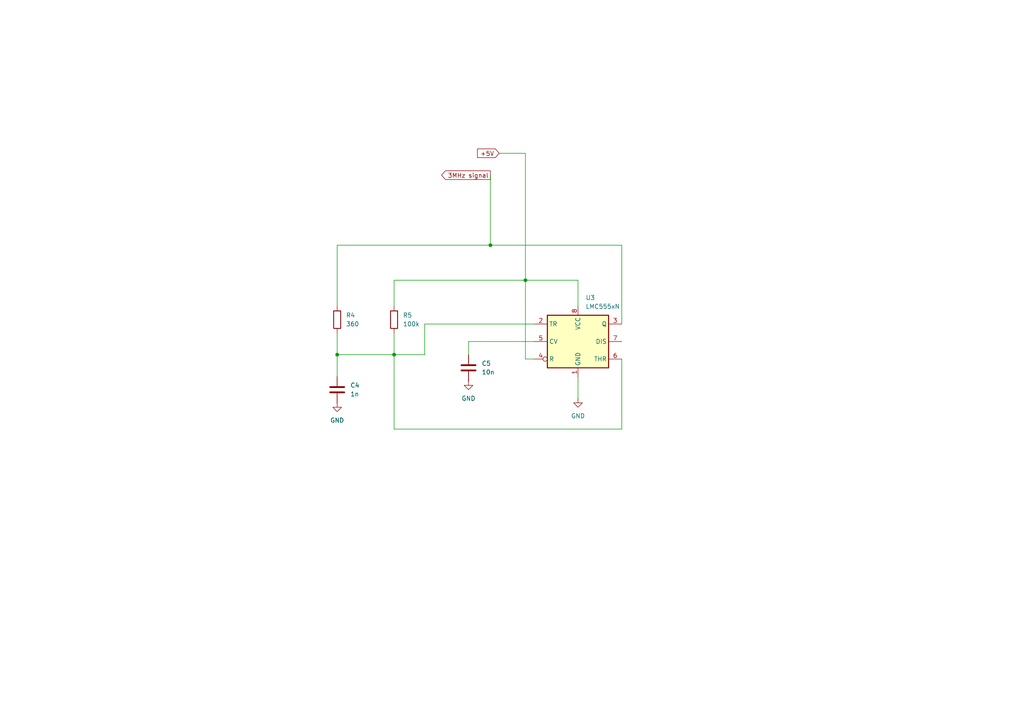
<source format=kicad_sch>
(kicad_sch (version 20231120) (generator "eeschema") (generator_version "8.0")
  (paper "A4")
  (lib_symbols
    (symbol "Device:C" (pin_numbers hide) (pin_names (offset 0.254))
      (property "Reference" "C" (at 0.635 2.54 0))
      (property "Value" "C" (at 0.635 -2.54 0))
      (symbol "C_0_1"
        (polyline (pts (xy -2.032 -0.762) (xy 2.032 -0.762)) (stroke (width 0.508)))
        (polyline (pts (xy -2.032 0.762) (xy 2.032 0.762)) (stroke (width 0.508)))
      )
      (symbol "C_1_1"
        (pin passive line (at 0 3.81 270) (length 2.794) (name "~") (number "1"))
        (pin passive line (at 0 -3.81 90) (length 2.794) (name "~") (number "2"))
      )
    )
    (symbol "Device:R" (pin_numbers hide) (pin_names (offset 0))
      (property "Reference" "R" (at 2.032 0 90))
      (property "Value" "R" (at 0 0 90))
      (symbol "R_0_1"
        (rectangle (start -1.016 -2.54) (end 1.016 2.54) (stroke (width 0.254)))
      )
      (symbol "R_1_1"
        (pin passive line (at 0 3.81 270) (length 1.27) (name "~") (number "1"))
        (pin passive line (at 0 -3.81 90) (length 1.27) (name "~") (number "2"))
      )
    )
    (symbol "Timer:LMC555xN"
      (property "Reference" "U" (at -10.16 8.89 0))
      (property "Value" "LMC555xN" (at 2.54 8.89 0))
      (symbol "LMC555xN_0_0"
        (pin power_in line (at 0 -10.16 90) (length 2.54) (name "GND") (number "1"))
        (pin power_in line (at 0 10.16 270) (length 2.54) (name "VCC") (number "8"))
      )
      (symbol "LMC555xN_0_1"
        (rectangle (start -8.89 -7.62) (end 8.89 7.62) (stroke (width 0.254)) (fill (type background)))
        (rectangle (start -8.89 -7.62) (end 8.89 7.62) (stroke (width 0.254)) (fill (type background)))
      )
      (symbol "LMC555xN_1_1"
        (pin input line (at -12.7 5.08 0) (length 3.81) (name "TR") (number "2"))
        (pin output line (at 12.7 5.08 180) (length 3.81) (name "Q") (number "3"))
        (pin input inverted (at -12.7 -5.08 0) (length 3.81) (name "R") (number "4"))
        (pin input line (at -12.7 0 0) (length 3.81) (name "CV") (number "5"))
        (pin input line (at 12.7 -5.08 180) (length 3.81) (name "THR") (number "6"))
        (pin input line (at 12.7 0 180) (length 3.81) (name "DIS") (number "7"))
      )
    )
    (symbol "power:GND" (power) (pin_numbers hide) (pin_names (offset 0) hide)
      (property "Value" "GND" (at 0 -3.81 0))
      (symbol "GND_0_1"
        (polyline (pts (xy 0 0) (xy 0 -1.27) (xy 1.27 -1.27) (xy 0 -2.54) (xy -1.27 -1.27) (xy 0 -1.27)))
      )
      (symbol "GND_1_1"
        (pin power_in line (at 0 0 270) (length 0) (name "~") (number "1"))
      )
    )
  )
  (junction (at 97.79 102.87))
  (junction (at 152.4 81.28))
  (junction (at 142.24 71.12))
  (junction (at 114.3 102.87))
  (wire (pts (xy 114.3 96.52) (xy 114.3 102.87)))
  (wire (pts (xy 97.79 96.52) (xy 97.79 102.87)))
  (wire (pts (xy 180.34 93.98) (xy 180.34 71.12)))
  (wire (pts (xy 180.34 104.14) (xy 180.34 124.46)))
  (wire (pts (xy 152.4 81.28) (xy 114.3 81.28)))
  (wire (pts (xy 135.89 99.06) (xy 135.89 102.87)))
  (wire (pts (xy 167.64 115.57) (xy 167.64 109.22)))
  (wire (pts (xy 152.4 104.14) (xy 152.4 81.28)))
  (wire (pts (xy 154.94 104.14) (xy 152.4 104.14)))
  (wire (pts (xy 97.79 71.12) (xy 97.79 88.9)))
  (wire (pts (xy 180.34 124.46) (xy 114.3 124.46)))
  (wire (pts (xy 123.19 93.98) (xy 123.19 102.87)))
  (wire (pts (xy 154.94 93.98) (xy 123.19 93.98)))
  (wire (pts (xy 97.79 102.87) (xy 97.79 109.22)))
  (wire (pts (xy 142.24 71.12) (xy 97.79 71.12)))
  (wire (pts (xy 114.3 124.46) (xy 114.3 102.87)))
  (wire (pts (xy 167.64 88.9) (xy 167.64 81.28)))
  (wire (pts (xy 167.64 81.28) (xy 152.4 81.28)))
  (wire (pts (xy 152.4 44.45) (xy 152.4 81.28)))
  (wire (pts (xy 142.24 71.12) (xy 180.34 71.12)))
  (wire (pts (xy 142.24 50.8) (xy 142.24 71.12)))
  (wire (pts (xy 154.94 99.06) (xy 135.89 99.06)))
  (wire (pts (xy 114.3 81.28) (xy 114.3 88.9)))
  (wire (pts (xy 97.79 102.87) (xy 114.3 102.87)))
  (wire (pts (xy 123.19 102.87) (xy 114.3 102.87)))
  (wire (pts (xy 144.78 44.45) (xy 152.4 44.45)))
  (global_label "+5V" (shape input) (at 144.78 44.45 180) (property "Intersheetrefs" "${INTERSHEET_REFS}" (effects (hide yes))))
  (global_label "3MHz signal" (shape output) (at 142.24 50.8 180) (property "Intersheetrefs" "${INTERSHEET_REFS}" (effects (hide yes))))
  (symbol (lib_id "power:GND") (at 135.89 110.49 0) (unit 1)
    (property "Reference" "#PWR07" (effects (hide yes)))
    (property "Value" "GND" (at 135.89 115.57 0))
    (property "Description" "Power symbol creates a global label with name \"GND\" , ground" (effects (hide yes)))
  )
  (symbol (lib_id "power:GND") (at 97.79 116.84 0) (unit 1)
    (property "Reference" "#PWR06" (effects (hide yes)))
    (property "Value" "GND" (at 97.79 121.92 0))
    (property "Description" "Power symbol creates a global label with name \"GND\" , ground" (effects (hide yes)))
  )
  (symbol (lib_id "Device:R") (at 114.3 92.71 0) (unit 1)
    (property "Reference" "R5" (at 116.84 91.4399 0) (effects (justify left)))
    (property "Value" "100k" (at 116.84 93.9799 0) (effects (justify left)))
    (property "Description" "Resistor" (effects (hide yes)))
  )
  (symbol (lib_id "power:GND") (at 167.64 115.57 0) (unit 1)
    (property "Reference" "#PWR09" (effects (hide yes)))
    (property "Value" "GND" (at 167.64 120.65 0))
    (property "Description" "Power symbol creates a global label with name \"GND\" , ground" (effects (hide yes)))
  )
  (symbol (lib_id "Device:R") (at 97.79 92.71 0) (unit 1)
    (property "Reference" "R4" (at 100.33 91.4399 0) (effects (justify left)))
    (property "Value" "360" (at 100.33 93.9799 0) (effects (justify left)))
    (property "Description" "Resistor" (effects (hide yes)))
  )
  (symbol (lib_id "Timer:LMC555xN") (at 167.64 99.06 0) (unit 1)
    (property "Reference" "U3" (at 169.8341 86.36 0) (effects (justify left)))
    (property "Value" "LMC555xN" (at 169.8341 88.9 0) (effects (justify left)))
    (property "Footprint" "Package_DIP:DIP-8_W7.62mm" (effects (hide yes)))
    (property "Datasheet" "http://www.ti.com/lit/ds/symlink/lmc555.pdf" (effects (hide yes)))
    (property "Description" "CMOS Timer, 555 compatible, PDIP-8" (effects (hide yes)))
  )
  (symbol (lib_id "Device:C") (at 135.89 106.68 0) (unit 1)
    (property "Reference" "C5" (at 139.7 105.4099 0) (effects (justify left)))
    (property "Value" "10n" (at 139.7 107.9499 0) (effects (justify left)))
    (property "Description" "Unpolarized capacitor" (effects (hide yes)))
  )
  (symbol (lib_id "Device:C") (at 97.79 113.03 0) (unit 1)
    (property "Reference" "C4" (at 101.6 111.7599 0) (effects (justify left)))
    (property "Value" "1n" (at 101.6 114.2999 0) (effects (justify left)))
    (property "Description" "Unpolarized capacitor" (effects (hide yes)))
  )
)
</source>
